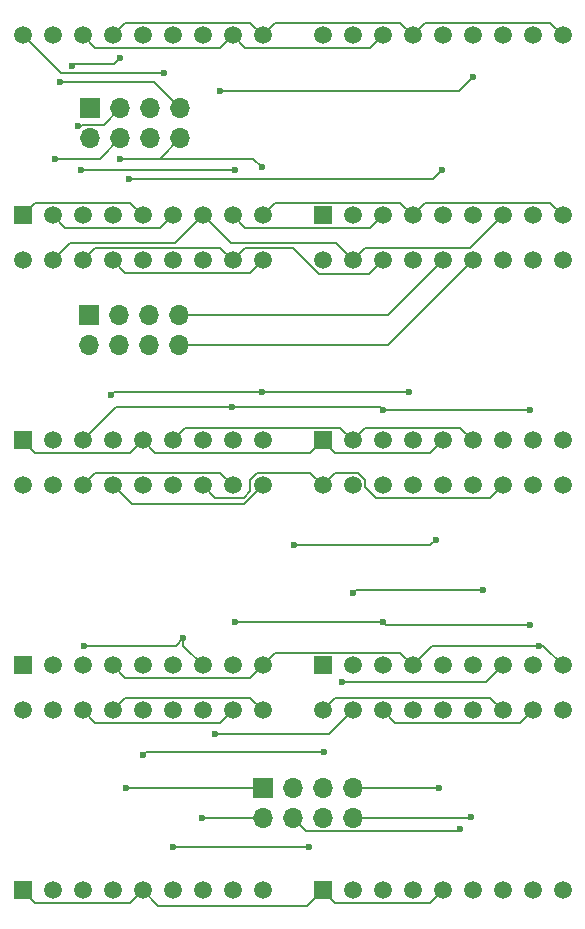
<source format=gbr>
%TF.GenerationSoftware,KiCad,Pcbnew,8.0.8*%
%TF.CreationDate,2025-07-11T15:40:09+09:00*%
%TF.ProjectId,20250711-7seg-panel-display,32303235-3037-4313-912d-377365672d70,rev?*%
%TF.SameCoordinates,Original*%
%TF.FileFunction,Copper,L2,Bot*%
%TF.FilePolarity,Positive*%
%FSLAX46Y46*%
G04 Gerber Fmt 4.6, Leading zero omitted, Abs format (unit mm)*
G04 Created by KiCad (PCBNEW 8.0.8) date 2025-07-11 15:40:09*
%MOMM*%
%LPD*%
G01*
G04 APERTURE LIST*
%TA.AperFunction,ComponentPad*%
%ADD10R,1.500000X1.500000*%
%TD*%
%TA.AperFunction,ComponentPad*%
%ADD11C,1.500000*%
%TD*%
%TA.AperFunction,ComponentPad*%
%ADD12R,1.700000X1.700000*%
%TD*%
%TA.AperFunction,ComponentPad*%
%ADD13O,1.700000X1.700000*%
%TD*%
%TA.AperFunction,ViaPad*%
%ADD14C,0.600000*%
%TD*%
%TA.AperFunction,Conductor*%
%ADD15C,0.200000*%
%TD*%
G04 APERTURE END LIST*
D10*
%TO.P,U206,1,DIG1_E*%
%TO.N,COM4*%
X78740000Y-106045000D03*
D11*
%TO.P,U206,2,DIG1_D*%
%TO.N,COM3*%
X81280000Y-106045000D03*
%TO.P,U206,3,DIG1_C*%
%TO.N,COM2*%
X83820000Y-106045000D03*
%TO.P,U206,4,DP1*%
%TO.N,COM7*%
X86360000Y-106045000D03*
%TO.P,U206,5,DIG2_E*%
%TO.N,COM4*%
X88900000Y-106045000D03*
%TO.P,U206,6,DIG2_D*%
%TO.N,COM3*%
X91440000Y-106045000D03*
%TO.P,U206,7,DIG2_G*%
%TO.N,COM6*%
X93980000Y-106045000D03*
%TO.P,U206,8,DIG2_C*%
%TO.N,COM2*%
X96520000Y-106045000D03*
%TO.P,U206,9,DP2*%
%TO.N,COM7*%
X99060000Y-106045000D03*
%TO.P,U206,10,DIG2_B*%
%TO.N,COM1*%
X99060000Y-90805000D03*
%TO.P,U206,11,DIG2_A*%
%TO.N,COM0*%
X96520000Y-90805000D03*
%TO.P,U206,12,DIG2_F*%
%TO.N,COM5*%
X93980000Y-90805000D03*
%TO.P,U206,13,DIG2_CA*%
%TO.N,ROW11*%
X91440000Y-90805000D03*
%TO.P,U206,14,DIG1_CA*%
%TO.N,ROW10*%
X88900000Y-90805000D03*
%TO.P,U206,15,DIG1_B*%
%TO.N,COM1*%
X86360000Y-90805000D03*
%TO.P,U206,16,DIG1_A*%
%TO.N,COM0*%
X83820000Y-90805000D03*
%TO.P,U206,17,DIG1_G*%
%TO.N,COM6*%
X81280000Y-90805000D03*
%TO.P,U206,18,DIG1_F*%
%TO.N,COM5*%
X78740000Y-90805000D03*
%TD*%
D10*
%TO.P,U202,1,DIG1_E*%
%TO.N,COM4*%
X78740000Y-67945000D03*
D11*
%TO.P,U202,2,DIG1_D*%
%TO.N,COM3*%
X81280000Y-67945000D03*
%TO.P,U202,3,DIG1_C*%
%TO.N,COM2*%
X83820000Y-67945000D03*
%TO.P,U202,4,DP1*%
%TO.N,COM7*%
X86360000Y-67945000D03*
%TO.P,U202,5,DIG2_E*%
%TO.N,COM4*%
X88900000Y-67945000D03*
%TO.P,U202,6,DIG2_D*%
%TO.N,COM3*%
X91440000Y-67945000D03*
%TO.P,U202,7,DIG2_G*%
%TO.N,COM6*%
X93980000Y-67945000D03*
%TO.P,U202,8,DIG2_C*%
%TO.N,COM2*%
X96520000Y-67945000D03*
%TO.P,U202,9,DP2*%
%TO.N,COM7*%
X99060000Y-67945000D03*
%TO.P,U202,10,DIG2_B*%
%TO.N,COM1*%
X99060000Y-52705000D03*
%TO.P,U202,11,DIG2_A*%
%TO.N,COM0*%
X96520000Y-52705000D03*
%TO.P,U202,12,DIG2_F*%
%TO.N,COM5*%
X93980000Y-52705000D03*
%TO.P,U202,13,DIG2_CA*%
%TO.N,ROW3*%
X91440000Y-52705000D03*
%TO.P,U202,14,DIG1_CA*%
%TO.N,ROW2*%
X88900000Y-52705000D03*
%TO.P,U202,15,DIG1_B*%
%TO.N,COM1*%
X86360000Y-52705000D03*
%TO.P,U202,16,DIG1_A*%
%TO.N,COM0*%
X83820000Y-52705000D03*
%TO.P,U202,17,DIG1_G*%
%TO.N,COM6*%
X81280000Y-52705000D03*
%TO.P,U202,18,DIG1_F*%
%TO.N,COM5*%
X78740000Y-52705000D03*
%TD*%
D10*
%TO.P,U205,1,DIG1_E*%
%TO.N,COM4*%
X53340000Y-106045000D03*
D11*
%TO.P,U205,2,DIG1_D*%
%TO.N,COM3*%
X55880000Y-106045000D03*
%TO.P,U205,3,DIG1_C*%
%TO.N,COM2*%
X58420000Y-106045000D03*
%TO.P,U205,4,DP1*%
%TO.N,COM7*%
X60960000Y-106045000D03*
%TO.P,U205,5,DIG2_E*%
%TO.N,COM4*%
X63500000Y-106045000D03*
%TO.P,U205,6,DIG2_D*%
%TO.N,COM3*%
X66040000Y-106045000D03*
%TO.P,U205,7,DIG2_G*%
%TO.N,COM6*%
X68580000Y-106045000D03*
%TO.P,U205,8,DIG2_C*%
%TO.N,COM2*%
X71120000Y-106045000D03*
%TO.P,U205,9,DP2*%
%TO.N,COM7*%
X73660000Y-106045000D03*
%TO.P,U205,10,DIG2_B*%
%TO.N,COM1*%
X73660000Y-90805000D03*
%TO.P,U205,11,DIG2_A*%
%TO.N,COM0*%
X71120000Y-90805000D03*
%TO.P,U205,12,DIG2_F*%
%TO.N,COM5*%
X68580000Y-90805000D03*
%TO.P,U205,13,DIG2_CA*%
%TO.N,ROW9*%
X66040000Y-90805000D03*
%TO.P,U205,14,DIG1_CA*%
%TO.N,ROW8*%
X63500000Y-90805000D03*
%TO.P,U205,15,DIG1_B*%
%TO.N,COM1*%
X60960000Y-90805000D03*
%TO.P,U205,16,DIG1_A*%
%TO.N,COM0*%
X58420000Y-90805000D03*
%TO.P,U205,17,DIG1_G*%
%TO.N,COM6*%
X55880000Y-90805000D03*
%TO.P,U205,18,DIG1_F*%
%TO.N,COM5*%
X53340000Y-90805000D03*
%TD*%
D10*
%TO.P,U201,1,DIG1_E*%
%TO.N,COM4*%
X53340000Y-67945000D03*
D11*
%TO.P,U201,2,DIG1_D*%
%TO.N,COM3*%
X55880000Y-67945000D03*
%TO.P,U201,3,DIG1_C*%
%TO.N,COM2*%
X58420000Y-67945000D03*
%TO.P,U201,4,DP1*%
%TO.N,COM7*%
X60960000Y-67945000D03*
%TO.P,U201,5,DIG2_E*%
%TO.N,COM4*%
X63500000Y-67945000D03*
%TO.P,U201,6,DIG2_D*%
%TO.N,COM3*%
X66040000Y-67945000D03*
%TO.P,U201,7,DIG2_G*%
%TO.N,COM6*%
X68580000Y-67945000D03*
%TO.P,U201,8,DIG2_C*%
%TO.N,COM2*%
X71120000Y-67945000D03*
%TO.P,U201,9,DP2*%
%TO.N,COM7*%
X73660000Y-67945000D03*
%TO.P,U201,10,DIG2_B*%
%TO.N,COM1*%
X73660000Y-52705000D03*
%TO.P,U201,11,DIG2_A*%
%TO.N,COM0*%
X71120000Y-52705000D03*
%TO.P,U201,12,DIG2_F*%
%TO.N,COM5*%
X68580000Y-52705000D03*
%TO.P,U201,13,DIG2_CA*%
%TO.N,ROW1*%
X66040000Y-52705000D03*
%TO.P,U201,14,DIG1_CA*%
%TO.N,ROW0*%
X63500000Y-52705000D03*
%TO.P,U201,15,DIG1_B*%
%TO.N,COM1*%
X60960000Y-52705000D03*
%TO.P,U201,16,DIG1_A*%
%TO.N,COM0*%
X58420000Y-52705000D03*
%TO.P,U201,17,DIG1_G*%
%TO.N,COM6*%
X55880000Y-52705000D03*
%TO.P,U201,18,DIG1_F*%
%TO.N,COM5*%
X53340000Y-52705000D03*
%TD*%
D10*
%TO.P,U208,1,DIG1_E*%
%TO.N,COM4*%
X78740000Y-125095000D03*
D11*
%TO.P,U208,2,DIG1_D*%
%TO.N,COM3*%
X81280000Y-125095000D03*
%TO.P,U208,3,DIG1_C*%
%TO.N,COM2*%
X83820000Y-125095000D03*
%TO.P,U208,4,DP1*%
%TO.N,COM7*%
X86360000Y-125095000D03*
%TO.P,U208,5,DIG2_E*%
%TO.N,COM4*%
X88900000Y-125095000D03*
%TO.P,U208,6,DIG2_D*%
%TO.N,COM3*%
X91440000Y-125095000D03*
%TO.P,U208,7,DIG2_G*%
%TO.N,COM6*%
X93980000Y-125095000D03*
%TO.P,U208,8,DIG2_C*%
%TO.N,COM2*%
X96520000Y-125095000D03*
%TO.P,U208,9,DP2*%
%TO.N,COM7*%
X99060000Y-125095000D03*
%TO.P,U208,10,DIG2_B*%
%TO.N,COM1*%
X99060000Y-109855000D03*
%TO.P,U208,11,DIG2_A*%
%TO.N,COM0*%
X96520000Y-109855000D03*
%TO.P,U208,12,DIG2_F*%
%TO.N,COM5*%
X93980000Y-109855000D03*
%TO.P,U208,13,DIG2_CA*%
%TO.N,ROW15*%
X91440000Y-109855000D03*
%TO.P,U208,14,DIG1_CA*%
%TO.N,ROW14*%
X88900000Y-109855000D03*
%TO.P,U208,15,DIG1_B*%
%TO.N,COM1*%
X86360000Y-109855000D03*
%TO.P,U208,16,DIG1_A*%
%TO.N,COM0*%
X83820000Y-109855000D03*
%TO.P,U208,17,DIG1_G*%
%TO.N,COM6*%
X81280000Y-109855000D03*
%TO.P,U208,18,DIG1_F*%
%TO.N,COM5*%
X78740000Y-109855000D03*
%TD*%
D10*
%TO.P,U204,1,DIG1_E*%
%TO.N,COM4*%
X78740000Y-86995000D03*
D11*
%TO.P,U204,2,DIG1_D*%
%TO.N,COM3*%
X81280000Y-86995000D03*
%TO.P,U204,3,DIG1_C*%
%TO.N,COM2*%
X83820000Y-86995000D03*
%TO.P,U204,4,DP1*%
%TO.N,COM7*%
X86360000Y-86995000D03*
%TO.P,U204,5,DIG2_E*%
%TO.N,COM4*%
X88900000Y-86995000D03*
%TO.P,U204,6,DIG2_D*%
%TO.N,COM3*%
X91440000Y-86995000D03*
%TO.P,U204,7,DIG2_G*%
%TO.N,COM6*%
X93980000Y-86995000D03*
%TO.P,U204,8,DIG2_C*%
%TO.N,COM2*%
X96520000Y-86995000D03*
%TO.P,U204,9,DP2*%
%TO.N,COM7*%
X99060000Y-86995000D03*
%TO.P,U204,10,DIG2_B*%
%TO.N,COM1*%
X99060000Y-71755000D03*
%TO.P,U204,11,DIG2_A*%
%TO.N,COM0*%
X96520000Y-71755000D03*
%TO.P,U204,12,DIG2_F*%
%TO.N,COM5*%
X93980000Y-71755000D03*
%TO.P,U204,13,DIG2_CA*%
%TO.N,ROW7*%
X91440000Y-71755000D03*
%TO.P,U204,14,DIG1_CA*%
%TO.N,ROW6*%
X88900000Y-71755000D03*
%TO.P,U204,15,DIG1_B*%
%TO.N,COM1*%
X86360000Y-71755000D03*
%TO.P,U204,16,DIG1_A*%
%TO.N,COM0*%
X83820000Y-71755000D03*
%TO.P,U204,17,DIG1_G*%
%TO.N,COM6*%
X81280000Y-71755000D03*
%TO.P,U204,18,DIG1_F*%
%TO.N,COM5*%
X78740000Y-71755000D03*
%TD*%
D10*
%TO.P,U203,1,DIG1_E*%
%TO.N,COM4*%
X53340000Y-86995000D03*
D11*
%TO.P,U203,2,DIG1_D*%
%TO.N,COM3*%
X55880000Y-86995000D03*
%TO.P,U203,3,DIG1_C*%
%TO.N,COM2*%
X58420000Y-86995000D03*
%TO.P,U203,4,DP1*%
%TO.N,COM7*%
X60960000Y-86995000D03*
%TO.P,U203,5,DIG2_E*%
%TO.N,COM4*%
X63500000Y-86995000D03*
%TO.P,U203,6,DIG2_D*%
%TO.N,COM3*%
X66040000Y-86995000D03*
%TO.P,U203,7,DIG2_G*%
%TO.N,COM6*%
X68580000Y-86995000D03*
%TO.P,U203,8,DIG2_C*%
%TO.N,COM2*%
X71120000Y-86995000D03*
%TO.P,U203,9,DP2*%
%TO.N,COM7*%
X73660000Y-86995000D03*
%TO.P,U203,10,DIG2_B*%
%TO.N,COM1*%
X73660000Y-71755000D03*
%TO.P,U203,11,DIG2_A*%
%TO.N,COM0*%
X71120000Y-71755000D03*
%TO.P,U203,12,DIG2_F*%
%TO.N,COM5*%
X68580000Y-71755000D03*
%TO.P,U203,13,DIG2_CA*%
%TO.N,ROW5*%
X66040000Y-71755000D03*
%TO.P,U203,14,DIG1_CA*%
%TO.N,ROW4*%
X63500000Y-71755000D03*
%TO.P,U203,15,DIG1_B*%
%TO.N,COM1*%
X60960000Y-71755000D03*
%TO.P,U203,16,DIG1_A*%
%TO.N,COM0*%
X58420000Y-71755000D03*
%TO.P,U203,17,DIG1_G*%
%TO.N,COM6*%
X55880000Y-71755000D03*
%TO.P,U203,18,DIG1_F*%
%TO.N,COM5*%
X53340000Y-71755000D03*
%TD*%
D10*
%TO.P,U207,1,DIG1_E*%
%TO.N,COM4*%
X53340000Y-125095000D03*
D11*
%TO.P,U207,2,DIG1_D*%
%TO.N,COM3*%
X55880000Y-125095000D03*
%TO.P,U207,3,DIG1_C*%
%TO.N,COM2*%
X58420000Y-125095000D03*
%TO.P,U207,4,DP1*%
%TO.N,COM7*%
X60960000Y-125095000D03*
%TO.P,U207,5,DIG2_E*%
%TO.N,COM4*%
X63500000Y-125095000D03*
%TO.P,U207,6,DIG2_D*%
%TO.N,COM3*%
X66040000Y-125095000D03*
%TO.P,U207,7,DIG2_G*%
%TO.N,COM6*%
X68580000Y-125095000D03*
%TO.P,U207,8,DIG2_C*%
%TO.N,COM2*%
X71120000Y-125095000D03*
%TO.P,U207,9,DP2*%
%TO.N,COM7*%
X73660000Y-125095000D03*
%TO.P,U207,10,DIG2_B*%
%TO.N,COM1*%
X73660000Y-109855000D03*
%TO.P,U207,11,DIG2_A*%
%TO.N,COM0*%
X71120000Y-109855000D03*
%TO.P,U207,12,DIG2_F*%
%TO.N,COM5*%
X68580000Y-109855000D03*
%TO.P,U207,13,DIG2_CA*%
%TO.N,ROW13*%
X66040000Y-109855000D03*
%TO.P,U207,14,DIG1_CA*%
%TO.N,ROW12*%
X63500000Y-109855000D03*
%TO.P,U207,15,DIG1_B*%
%TO.N,COM1*%
X60960000Y-109855000D03*
%TO.P,U207,16,DIG1_A*%
%TO.N,COM0*%
X58420000Y-109855000D03*
%TO.P,U207,17,DIG1_G*%
%TO.N,COM6*%
X55880000Y-109855000D03*
%TO.P,U207,18,DIG1_F*%
%TO.N,COM5*%
X53340000Y-109855000D03*
%TD*%
D12*
%TO.P,J203,1,Pin_1*%
%TO.N,ROW8*%
X73660000Y-116400000D03*
D13*
%TO.P,J203,2,Pin_2*%
%TO.N,ROW9*%
X73660000Y-118940000D03*
%TO.P,J203,3,Pin_3*%
%TO.N,ROW10*%
X76200000Y-116400000D03*
%TO.P,J203,4,Pin_4*%
%TO.N,ROW11*%
X76200000Y-118940000D03*
%TO.P,J203,5,Pin_5*%
%TO.N,ROW12*%
X78740000Y-116400000D03*
%TO.P,J203,6,Pin_6*%
%TO.N,ROW13*%
X78740000Y-118940000D03*
%TO.P,J203,7,Pin_7*%
%TO.N,ROW14*%
X81280000Y-116400000D03*
%TO.P,J203,8,Pin_8*%
%TO.N,ROW15*%
X81280000Y-118940000D03*
%TD*%
D12*
%TO.P,J202,1,Pin_1*%
%TO.N,ROW0*%
X58970000Y-76400000D03*
D13*
%TO.P,J202,2,Pin_2*%
%TO.N,ROW1*%
X58970000Y-78940000D03*
%TO.P,J202,3,Pin_3*%
%TO.N,ROW2*%
X61510000Y-76400000D03*
%TO.P,J202,4,Pin_4*%
%TO.N,ROW3*%
X61510000Y-78940000D03*
%TO.P,J202,5,Pin_5*%
%TO.N,ROW4*%
X64050000Y-76400000D03*
%TO.P,J202,6,Pin_6*%
%TO.N,ROW5*%
X64050000Y-78940000D03*
%TO.P,J202,7,Pin_7*%
%TO.N,ROW6*%
X66590000Y-76400000D03*
%TO.P,J202,8,Pin_8*%
%TO.N,ROW7*%
X66590000Y-78940000D03*
%TD*%
D12*
%TO.P,J201,1,Pin_1*%
%TO.N,COM0*%
X59050000Y-58900000D03*
D13*
%TO.P,J201,2,Pin_2*%
%TO.N,COM1*%
X59050000Y-61440000D03*
%TO.P,J201,3,Pin_3*%
%TO.N,COM2*%
X61590000Y-58900000D03*
%TO.P,J201,4,Pin_4*%
%TO.N,COM3*%
X61590000Y-61440000D03*
%TO.P,J201,5,Pin_5*%
%TO.N,COM4*%
X64130000Y-58900000D03*
%TO.P,J201,6,Pin_6*%
%TO.N,COM5*%
X64130000Y-61440000D03*
%TO.P,J201,7,Pin_7*%
%TO.N,COM6*%
X66670000Y-58900000D03*
%TO.P,J201,8,Pin_8*%
%TO.N,COM7*%
X66670000Y-61440000D03*
%TD*%
D14*
%TO.N,COM5*%
X65280000Y-55900000D03*
%TO.N,COM7*%
X97050000Y-104400000D03*
X61550000Y-63150000D03*
X73550000Y-63900000D03*
X86050000Y-82900000D03*
X60800000Y-83150000D03*
X73550000Y-82900000D03*
%TO.N,COM6*%
X69630000Y-111900000D03*
X56450000Y-56650000D03*
X58550000Y-104400000D03*
X80400000Y-107444429D03*
X66925000Y-103775000D03*
%TO.N,COM3*%
X92330000Y-99650000D03*
X81300000Y-99900000D03*
X56050000Y-63150000D03*
%TO.N,COM2*%
X96300000Y-84400000D03*
X96300000Y-102650000D03*
X58300000Y-64150000D03*
X71050000Y-84150000D03*
X83800000Y-102400000D03*
X58050000Y-60400000D03*
X71300000Y-64150000D03*
X71300000Y-102400000D03*
X83800000Y-84400000D03*
%TO.N,ROW0*%
X61550000Y-54655000D03*
X57530000Y-55330000D03*
%TO.N,ROW2*%
X88800000Y-64150000D03*
X62300000Y-64900000D03*
%TO.N,ROW3*%
X70050000Y-57400000D03*
X91440000Y-56260000D03*
%TO.N,ROW13*%
X77550000Y-121400000D03*
X66050000Y-121400000D03*
%TO.N,ROW10*%
X88300000Y-95400000D03*
X76300000Y-95900000D03*
%TO.N,ROW15*%
X91300000Y-118900000D03*
%TO.N,ROW9*%
X68550000Y-118940000D03*
%TO.N,ROW12*%
X78800000Y-113400000D03*
X63550000Y-113650000D03*
%TO.N,ROW14*%
X88550000Y-116400000D03*
%TO.N,ROW8*%
X62050000Y-116400000D03*
%TO.N,ROW11*%
X90390000Y-119900000D03*
%TD*%
D15*
%TO.N,COM5*%
X72610000Y-91289314D02*
X72610000Y-90340000D01*
X79790000Y-108805000D02*
X92930000Y-108805000D01*
X78740000Y-109855000D02*
X79790000Y-108805000D01*
X78740000Y-90805000D02*
X79790000Y-89755000D01*
X72044314Y-91855000D02*
X72610000Y-91289314D01*
X68580000Y-90805000D02*
X69630000Y-91855000D01*
X65250000Y-55930000D02*
X65280000Y-55900000D01*
X82330000Y-90370075D02*
X82330000Y-90930000D01*
X69630000Y-91855000D02*
X72044314Y-91855000D01*
X92930000Y-108805000D02*
X93980000Y-109855000D01*
X56565000Y-55930000D02*
X65250000Y-55930000D01*
X92930000Y-91855000D02*
X93980000Y-90805000D01*
X83255000Y-91855000D02*
X92930000Y-91855000D01*
X82330000Y-90930000D02*
X83255000Y-91855000D01*
X79790000Y-89755000D02*
X81714925Y-89755000D01*
X72610000Y-90340000D02*
X73195000Y-89755000D01*
X53340000Y-52705000D02*
X56565000Y-55930000D01*
X73195000Y-89755000D02*
X77690000Y-89755000D01*
X81714925Y-89755000D02*
X82330000Y-90370075D01*
X77690000Y-89755000D02*
X78740000Y-90805000D01*
%TO.N,COM7*%
X73660000Y-67945000D02*
X74710000Y-66895000D01*
X87410000Y-66895000D02*
X98010000Y-66895000D01*
X73550000Y-82900000D02*
X86050000Y-82900000D01*
X64960000Y-63150000D02*
X63201471Y-63150000D01*
X86360000Y-106045000D02*
X85310000Y-104995000D01*
X73550000Y-82900000D02*
X61050000Y-82900000D01*
X88005000Y-104400000D02*
X97050000Y-104400000D01*
X64960000Y-63150000D02*
X66670000Y-61440000D01*
X85310000Y-66895000D02*
X86360000Y-67945000D01*
X72605000Y-107095000D02*
X62010000Y-107095000D01*
X72800000Y-63150000D02*
X73550000Y-63900000D01*
X85310000Y-104995000D02*
X74710000Y-104995000D01*
X61550000Y-63150000D02*
X64960000Y-63150000D01*
X97050000Y-104400000D02*
X97415000Y-104400000D01*
X73655000Y-106045000D02*
X72605000Y-107095000D01*
X98010000Y-66895000D02*
X99060000Y-67945000D01*
X62010000Y-107095000D02*
X60960000Y-106045000D01*
X61050000Y-82900000D02*
X60800000Y-83150000D01*
X97415000Y-104400000D02*
X99060000Y-106045000D01*
X86360000Y-106045000D02*
X88005000Y-104400000D01*
X73660000Y-106045000D02*
X73655000Y-106045000D01*
X74710000Y-104995000D02*
X73660000Y-106045000D01*
X86360000Y-67945000D02*
X87410000Y-66895000D01*
X74710000Y-66895000D02*
X85310000Y-66895000D01*
X63201471Y-63150000D02*
X72800000Y-63150000D01*
%TO.N,COM6*%
X66300000Y-104400000D02*
X66925000Y-103775000D01*
X66925000Y-104390000D02*
X68580000Y-106045000D01*
X64420000Y-56650000D02*
X56450000Y-56650000D01*
X70940000Y-70305000D02*
X68580000Y-67945000D01*
X58550000Y-104400000D02*
X66300000Y-104400000D01*
X93980000Y-67945000D02*
X91220000Y-70705000D01*
X79830000Y-70305000D02*
X70940000Y-70305000D01*
X93980000Y-106045000D02*
X92580571Y-107444429D01*
X66220000Y-70305000D02*
X57330000Y-70305000D01*
X66925000Y-103775000D02*
X66925000Y-104390000D01*
X66670000Y-58900000D02*
X64420000Y-56650000D01*
X57330000Y-70305000D02*
X55880000Y-71755000D01*
X79235000Y-111900000D02*
X69630000Y-111900000D01*
X81280000Y-71755000D02*
X79830000Y-70305000D01*
X68580000Y-67945000D02*
X66220000Y-70305000D01*
X91220000Y-70705000D02*
X82330000Y-70705000D01*
X81280000Y-109855000D02*
X79235000Y-111900000D01*
X92580571Y-107444429D02*
X80400000Y-107444429D01*
X82330000Y-70705000D02*
X81280000Y-71755000D01*
%TO.N,COM3*%
X90390000Y-85945000D02*
X91440000Y-86995000D01*
X82330000Y-85945000D02*
X90390000Y-85945000D01*
X56050000Y-63150000D02*
X59880000Y-63150000D01*
X64990000Y-68995000D02*
X56930000Y-68995000D01*
X66040000Y-67945000D02*
X64990000Y-68995000D01*
X81550000Y-99650000D02*
X92330000Y-99650000D01*
X81280000Y-86995000D02*
X82330000Y-85945000D01*
X81300000Y-99900000D02*
X81550000Y-99650000D01*
X67090000Y-85945000D02*
X80230000Y-85945000D01*
X59880000Y-63150000D02*
X61590000Y-61440000D01*
X80230000Y-85945000D02*
X81280000Y-86995000D01*
X66040000Y-86995000D02*
X67090000Y-85945000D01*
X56930000Y-68995000D02*
X55880000Y-67945000D01*
%TO.N,COM0*%
X71120000Y-71755000D02*
X72170000Y-70705000D01*
X72170000Y-53755000D02*
X82770000Y-53755000D01*
X70070000Y-89755000D02*
X71120000Y-90805000D01*
X95470000Y-110905000D02*
X84870000Y-110905000D01*
X72170000Y-70705000D02*
X76205075Y-70705000D01*
X70070000Y-110905000D02*
X71120000Y-109855000D01*
X70070000Y-53755000D02*
X71120000Y-52705000D01*
X58420000Y-90805000D02*
X59470000Y-89755000D01*
X59470000Y-89755000D02*
X70070000Y-89755000D01*
X78400075Y-72900000D02*
X82675000Y-72900000D01*
X71120000Y-52705000D02*
X72170000Y-53755000D01*
X59470000Y-70705000D02*
X70070000Y-70705000D01*
X96520000Y-109855000D02*
X95470000Y-110905000D01*
X76205075Y-70705000D02*
X78400075Y-72900000D01*
X70070000Y-70705000D02*
X71120000Y-71755000D01*
X58420000Y-71755000D02*
X59470000Y-70705000D01*
X58420000Y-52705000D02*
X59470000Y-53755000D01*
X82675000Y-72900000D02*
X83820000Y-71755000D01*
X59470000Y-53755000D02*
X70070000Y-53755000D01*
X82770000Y-53755000D02*
X83820000Y-52705000D01*
X58420000Y-58270000D02*
X59050000Y-58900000D01*
X59470000Y-110905000D02*
X70070000Y-110905000D01*
X84870000Y-110905000D02*
X83820000Y-109855000D01*
X58420000Y-109855000D02*
X59470000Y-110905000D01*
%TO.N,COM4*%
X63500000Y-125095000D02*
X62450000Y-126145000D01*
X54390000Y-88045000D02*
X53340000Y-86995000D01*
X87850000Y-88045000D02*
X88900000Y-86995000D01*
X77435000Y-126400000D02*
X78740000Y-125095000D01*
X54390000Y-66895000D02*
X62450000Y-66895000D01*
X62450000Y-88045000D02*
X54390000Y-88045000D01*
X63500000Y-125095000D02*
X64805000Y-126400000D01*
X62450000Y-126145000D02*
X54390000Y-126145000D01*
X79790000Y-88045000D02*
X87850000Y-88045000D01*
X87850000Y-126145000D02*
X88900000Y-125095000D01*
X64805000Y-126400000D02*
X77435000Y-126400000D01*
X77690000Y-88045000D02*
X64550000Y-88045000D01*
X78740000Y-86995000D02*
X79790000Y-88045000D01*
X79790000Y-126145000D02*
X87850000Y-126145000D01*
X54390000Y-126145000D02*
X53340000Y-125095000D01*
X63500000Y-86995000D02*
X62450000Y-88045000D01*
X78740000Y-125095000D02*
X79790000Y-126145000D01*
X78740000Y-86995000D02*
X77690000Y-88045000D01*
X64550000Y-88045000D02*
X63500000Y-86995000D01*
X62450000Y-66895000D02*
X63500000Y-67945000D01*
X53340000Y-67945000D02*
X54390000Y-66895000D01*
%TO.N,COM2*%
X84050000Y-102650000D02*
X83800000Y-102400000D01*
X58300000Y-64150000D02*
X71300000Y-64150000D01*
X58300000Y-60400000D02*
X58410000Y-60290000D01*
X58420000Y-86995000D02*
X61265000Y-84150000D01*
X83800000Y-84400000D02*
X96300000Y-84400000D01*
X60200000Y-60290000D02*
X61590000Y-58900000D01*
X96300000Y-102650000D02*
X84050000Y-102650000D01*
X58050000Y-60400000D02*
X58300000Y-60400000D01*
X82770000Y-68995000D02*
X72170000Y-68995000D01*
X83550000Y-84150000D02*
X83800000Y-84400000D01*
X72170000Y-68995000D02*
X71120000Y-67945000D01*
X83800000Y-102400000D02*
X71300000Y-102400000D01*
X71050000Y-84150000D02*
X83550000Y-84150000D01*
X61265000Y-84150000D02*
X71050000Y-84150000D01*
X58410000Y-60290000D02*
X60200000Y-60290000D01*
X83820000Y-67945000D02*
X82770000Y-68995000D01*
%TO.N,COM1*%
X62010000Y-72805000D02*
X72610000Y-72805000D01*
X72065000Y-92400000D02*
X73660000Y-90805000D01*
X60960000Y-90805000D02*
X62555000Y-92400000D01*
X72610000Y-108805000D02*
X73660000Y-109855000D01*
X72610000Y-72805000D02*
X73660000Y-71755000D01*
X98010000Y-51655000D02*
X99060000Y-52705000D01*
X60960000Y-52705000D02*
X62010000Y-51655000D01*
X87410000Y-51655000D02*
X98010000Y-51655000D01*
X62010000Y-108805000D02*
X72610000Y-108805000D01*
X60960000Y-71755000D02*
X62010000Y-72805000D01*
X62010000Y-51655000D02*
X72610000Y-51655000D01*
X85310000Y-51655000D02*
X86360000Y-52705000D01*
X73660000Y-52705000D02*
X74710000Y-51655000D01*
X74710000Y-51655000D02*
X85310000Y-51655000D01*
X62555000Y-92400000D02*
X72065000Y-92400000D01*
X72610000Y-51655000D02*
X73660000Y-52705000D01*
X60960000Y-109855000D02*
X62010000Y-108805000D01*
X86360000Y-52705000D02*
X87410000Y-51655000D01*
%TO.N,ROW7*%
X84255000Y-78940000D02*
X91440000Y-71755000D01*
X66590000Y-78940000D02*
X84255000Y-78940000D01*
%TO.N,ROW6*%
X84255000Y-76400000D02*
X88900000Y-71755000D01*
X66590000Y-76400000D02*
X84255000Y-76400000D01*
%TO.N,ROW0*%
X61055000Y-55150000D02*
X57710000Y-55150000D01*
X61550000Y-54655000D02*
X61055000Y-55150000D01*
X57710000Y-55150000D02*
X57530000Y-55330000D01*
%TO.N,ROW2*%
X62300000Y-64900000D02*
X88050000Y-64900000D01*
X88050000Y-64900000D02*
X88800000Y-64150000D01*
%TO.N,ROW3*%
X70050000Y-57400000D02*
X90300000Y-57400000D01*
X90300000Y-57400000D02*
X91440000Y-56260000D01*
%TO.N,ROW13*%
X66050000Y-121400000D02*
X77550000Y-121400000D01*
%TO.N,ROW10*%
X76300000Y-95900000D02*
X87800000Y-95900000D01*
X87800000Y-95900000D02*
X88300000Y-95400000D01*
%TO.N,ROW15*%
X81280000Y-118940000D02*
X91260000Y-118940000D01*
X91260000Y-118940000D02*
X91300000Y-118900000D01*
%TO.N,ROW9*%
X73660000Y-118940000D02*
X68550000Y-118940000D01*
%TO.N,ROW12*%
X63800000Y-113400000D02*
X63550000Y-113650000D01*
X78800000Y-113400000D02*
X63800000Y-113400000D01*
%TO.N,ROW14*%
X81280000Y-116400000D02*
X88550000Y-116400000D01*
%TO.N,ROW8*%
X62050000Y-116400000D02*
X73660000Y-116400000D01*
%TO.N,ROW11*%
X90390000Y-119900000D02*
X90200000Y-120090000D01*
X90200000Y-120090000D02*
X77350000Y-120090000D01*
X77350000Y-120090000D02*
X76200000Y-118940000D01*
%TD*%
M02*

</source>
